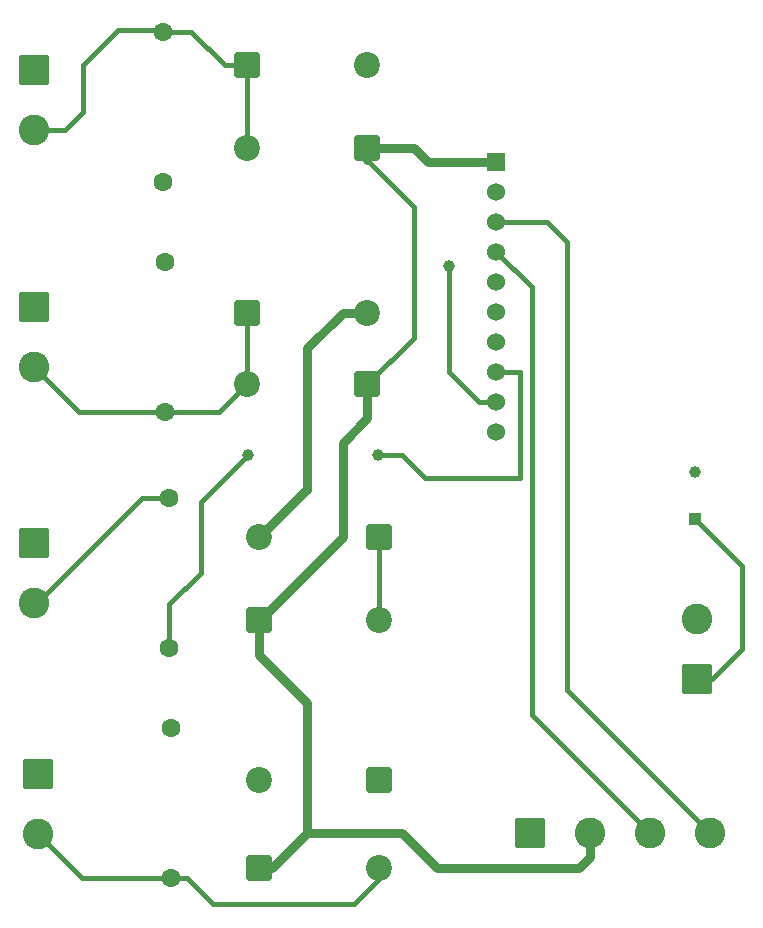
<source format=gbr>
%TF.GenerationSoftware,KiCad,Pcbnew,9.0.3*%
%TF.CreationDate,2025-07-29T12:02:24-04:00*%
%TF.ProjectId,resonet_board_square.kicad_pro,7265736f-6e65-4745-9f62-6f6172645f73,rev?*%
%TF.SameCoordinates,Original*%
%TF.FileFunction,Copper,L1,Top*%
%TF.FilePolarity,Positive*%
%FSLAX46Y46*%
G04 Gerber Fmt 4.6, Leading zero omitted, Abs format (unit mm)*
G04 Created by KiCad (PCBNEW 9.0.3) date 2025-07-29 12:02:24*
%MOMM*%
%LPD*%
G01*
G04 APERTURE LIST*
G04 Aperture macros list*
%AMRoundRect*
0 Rectangle with rounded corners*
0 $1 Rounding radius*
0 $2 $3 $4 $5 $6 $7 $8 $9 X,Y pos of 4 corners*
0 Add a 4 corners polygon primitive as box body*
4,1,4,$2,$3,$4,$5,$6,$7,$8,$9,$2,$3,0*
0 Add four circle primitives for the rounded corners*
1,1,$1+$1,$2,$3*
1,1,$1+$1,$4,$5*
1,1,$1+$1,$6,$7*
1,1,$1+$1,$8,$9*
0 Add four rect primitives between the rounded corners*
20,1,$1+$1,$2,$3,$4,$5,0*
20,1,$1+$1,$4,$5,$6,$7,0*
20,1,$1+$1,$6,$7,$8,$9,0*
20,1,$1+$1,$8,$9,$2,$3,0*%
G04 Aperture macros list end*
%TA.AperFunction,ComponentPad*%
%ADD10C,2.600000*%
%TD*%
%TA.AperFunction,ComponentPad*%
%ADD11RoundRect,0.250000X-1.050000X1.050000X-1.050000X-1.050000X1.050000X-1.050000X1.050000X1.050000X0*%
%TD*%
%TA.AperFunction,ComponentPad*%
%ADD12C,1.600000*%
%TD*%
%TA.AperFunction,ComponentPad*%
%ADD13RoundRect,0.249999X-0.850001X-0.850001X0.850001X-0.850001X0.850001X0.850001X-0.850001X0.850001X0*%
%TD*%
%TA.AperFunction,ComponentPad*%
%ADD14C,2.200000*%
%TD*%
%TA.AperFunction,ComponentPad*%
%ADD15RoundRect,0.249999X0.850001X0.850001X-0.850001X0.850001X-0.850001X-0.850001X0.850001X-0.850001X0*%
%TD*%
%TA.AperFunction,ComponentPad*%
%ADD16R,1.000000X1.000000*%
%TD*%
%TA.AperFunction,ComponentPad*%
%ADD17R,1.524000X1.524000*%
%TD*%
%TA.AperFunction,ComponentPad*%
%ADD18C,1.524000*%
%TD*%
%TA.AperFunction,ComponentPad*%
%ADD19C,1.000000*%
%TD*%
%TA.AperFunction,ComponentPad*%
%ADD20RoundRect,0.250000X1.050000X-1.050000X1.050000X1.050000X-1.050000X1.050000X-1.050000X-1.050000X0*%
%TD*%
%TA.AperFunction,ComponentPad*%
%ADD21RoundRect,0.250000X-1.050000X-1.050000X1.050000X-1.050000X1.050000X1.050000X-1.050000X1.050000X0*%
%TD*%
%TA.AperFunction,ViaPad*%
%ADD22C,1.000000*%
%TD*%
%TA.AperFunction,Conductor*%
%ADD23C,0.400000*%
%TD*%
%TA.AperFunction,Conductor*%
%ADD24C,0.800000*%
%TD*%
G04 APERTURE END LIST*
D10*
X59827500Y-84535000D03*
D11*
X59827500Y-79455000D03*
D10*
X59827500Y-104535000D03*
D11*
X59827500Y-99455000D03*
D10*
X59827500Y-64535000D03*
D11*
X59827500Y-59455000D03*
D10*
X60172500Y-124080000D03*
D11*
X60172500Y-119000000D03*
D12*
X71000000Y-75650000D03*
X71000000Y-88350000D03*
X71500000Y-127850000D03*
X71500000Y-115150000D03*
D13*
X77920000Y-59000000D03*
D14*
X88080000Y-59000000D03*
D15*
X88080000Y-86000000D03*
D14*
X77920000Y-86000000D03*
D12*
X71327500Y-95650000D03*
X71327500Y-108350000D03*
D13*
X78920000Y-106000000D03*
D14*
X89080000Y-106000000D03*
D13*
X77920000Y-80000000D03*
D14*
X88080000Y-80000000D03*
D16*
X115827500Y-97455000D03*
D15*
X89080000Y-99000000D03*
D14*
X78920000Y-99000000D03*
D13*
X78920000Y-127000000D03*
D14*
X89080000Y-127000000D03*
D12*
X70827500Y-68885000D03*
X70827500Y-56185000D03*
D15*
X89080000Y-119500000D03*
D14*
X78920000Y-119500000D03*
D17*
X99000000Y-67220000D03*
D18*
X99000000Y-69760000D03*
X99000000Y-72300000D03*
X99000000Y-74840000D03*
X99000000Y-77380000D03*
X99000000Y-79920000D03*
X99000000Y-82460000D03*
X99000000Y-85000000D03*
X99000000Y-87540000D03*
X99000000Y-90080000D03*
D19*
X115827500Y-93455000D03*
D15*
X88080000Y-66000000D03*
D14*
X77920000Y-66000000D03*
D20*
X116000000Y-111000000D03*
D10*
X116000000Y-105920000D03*
D21*
X101840000Y-124000000D03*
D10*
X106920000Y-124000000D03*
X112000000Y-124000000D03*
X117080000Y-124000000D03*
D22*
X95000000Y-76000000D03*
X89000000Y-92000000D03*
X78000000Y-92000000D03*
D23*
X74000000Y-96000000D02*
X78000000Y-92000000D01*
X74000000Y-102000000D02*
X74000000Y-96000000D01*
X71327500Y-104672500D02*
X74000000Y-102000000D01*
X71327500Y-108350000D02*
X71327500Y-104672500D01*
X105000000Y-74000000D02*
X103300000Y-72300000D01*
X117080000Y-124000000D02*
X105000000Y-111920000D01*
X105000000Y-111920000D02*
X105000000Y-74000000D01*
X103300000Y-72300000D02*
X99000000Y-72300000D01*
X64000000Y-59000000D02*
X67000000Y-56000000D01*
X67000000Y-56000000D02*
X70642500Y-56000000D01*
X64000000Y-63000000D02*
X64000000Y-59000000D01*
X62465000Y-64535000D02*
X64000000Y-63000000D01*
X59827500Y-64535000D02*
X62465000Y-64535000D01*
X70642500Y-56000000D02*
X70827500Y-56185000D01*
X95000000Y-85000000D02*
X95000000Y-76000000D01*
X97540000Y-87540000D02*
X95000000Y-85000000D01*
X99000000Y-87540000D02*
X97540000Y-87540000D01*
X79000000Y-106000000D02*
X78920000Y-106000000D01*
D24*
X86000000Y-99000000D02*
X79000000Y-106000000D01*
X88080000Y-86000000D02*
X88080000Y-88920000D01*
X88080000Y-88920000D02*
X86000000Y-91000000D01*
X86000000Y-91000000D02*
X86000000Y-99000000D01*
D23*
X91000000Y-92000000D02*
X89000000Y-92000000D01*
X101000000Y-94000000D02*
X93000000Y-94000000D01*
X101000000Y-85000000D02*
X101000000Y-94000000D01*
X93000000Y-94000000D02*
X91000000Y-92000000D01*
X99000000Y-85000000D02*
X101000000Y-85000000D01*
D24*
X82920000Y-95000000D02*
X78920000Y-99000000D01*
X83000000Y-95000000D02*
X82920000Y-95000000D01*
X86000000Y-80000000D02*
X83000000Y-83000000D01*
X88080000Y-80000000D02*
X86000000Y-80000000D01*
X83000000Y-83000000D02*
X83000000Y-95000000D01*
D23*
X71000000Y-88350000D02*
X75570000Y-88350000D01*
X75570000Y-88350000D02*
X77920000Y-86000000D01*
X77920000Y-80000000D02*
X77920000Y-86000000D01*
X92000000Y-82080000D02*
X88080000Y-86000000D01*
X88080000Y-67080000D02*
X92000000Y-71000000D01*
X92000000Y-71000000D02*
X92000000Y-82080000D01*
D24*
X88080000Y-66000000D02*
X88080000Y-67080000D01*
X92000000Y-66000000D02*
X88080000Y-66000000D01*
X93220000Y-67220000D02*
X92000000Y-66000000D01*
X99000000Y-67220000D02*
X93220000Y-67220000D01*
D23*
X102000000Y-77840000D02*
X102000000Y-114000000D01*
X102000000Y-114000000D02*
X112000000Y-124000000D01*
X99000000Y-74840000D02*
X102000000Y-77840000D01*
X59827500Y-84535000D02*
X63642500Y-88350000D01*
X59827500Y-104535000D02*
X59827500Y-104827500D01*
X59827500Y-104827500D02*
X60000000Y-105000000D01*
X60000000Y-105000000D02*
X60000000Y-104655000D01*
X60172500Y-124080000D02*
X63942500Y-127850000D01*
D24*
X94000000Y-127000000D02*
X91000000Y-124000000D01*
X106000000Y-127000000D02*
X94000000Y-127000000D01*
X91000000Y-124000000D02*
X83000000Y-124000000D01*
X106920000Y-126080000D02*
X106000000Y-127000000D01*
X106920000Y-124000000D02*
X106920000Y-126080000D01*
D23*
X112000000Y-123800000D02*
X111655000Y-123455000D01*
X112000000Y-124000000D02*
X112000000Y-123800000D01*
X119827500Y-101455000D02*
X115827500Y-97455000D01*
X119827500Y-108455000D02*
X119827500Y-101455000D01*
X116000000Y-111000000D02*
X117282500Y-111000000D01*
X117282500Y-111000000D02*
X119827500Y-108455000D01*
X60000000Y-104655000D02*
X69005000Y-95650000D01*
X69005000Y-95650000D02*
X71327500Y-95650000D01*
X63642500Y-88350000D02*
X71000000Y-88350000D01*
X73185000Y-56185000D02*
X70827500Y-56185000D01*
X76000000Y-59000000D02*
X73185000Y-56185000D01*
X77920000Y-59000000D02*
X76000000Y-59000000D01*
X77920000Y-59000000D02*
X77920000Y-66000000D01*
X89080000Y-99000000D02*
X89080000Y-106000000D01*
X89080000Y-127920000D02*
X89080000Y-127000000D01*
X87000000Y-130000000D02*
X89080000Y-127920000D01*
X75000000Y-130000000D02*
X87000000Y-130000000D01*
X72850000Y-127850000D02*
X75000000Y-130000000D01*
X71500000Y-127850000D02*
X72850000Y-127850000D01*
X63942500Y-127850000D02*
X71500000Y-127850000D01*
D24*
X80000000Y-127000000D02*
X78920000Y-127000000D01*
X83000000Y-113000000D02*
X83000000Y-124000000D01*
X78920000Y-108920000D02*
X83000000Y-113000000D01*
X78920000Y-106000000D02*
X78920000Y-108920000D01*
X83000000Y-124000000D02*
X80000000Y-127000000D01*
M02*

</source>
